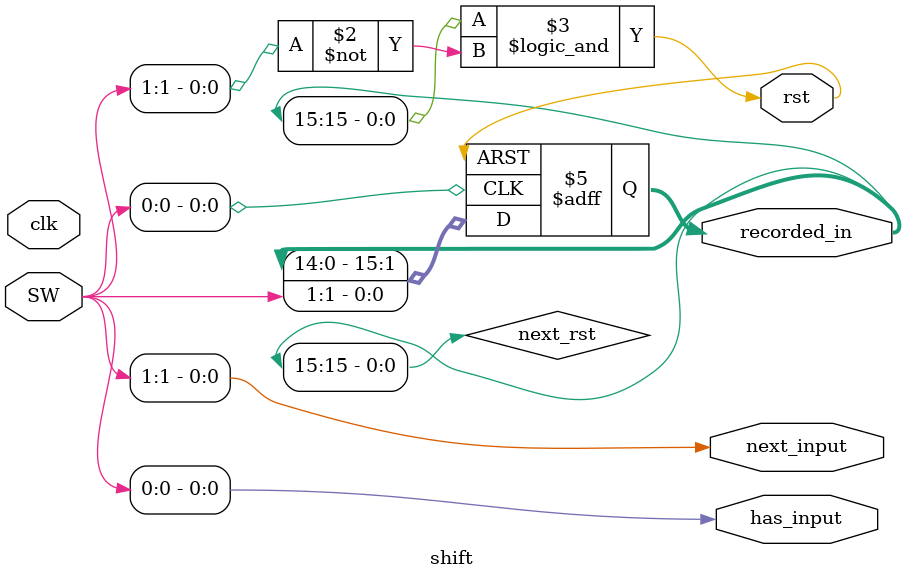
<source format=v>
`timescale 1ns / 1ps


module shift(
    input [1:0] SW,
    input clk,
    output reg [15:0] recorded_in,
    output has_input,
    output next_input,
    output  rst
    );
    
    
    initial recorded_in = 16'b0;
    
    always @(posedge SW[0] or posedge rst) begin
        if (rst) recorded_in = 0;
        else begin
            recorded_in <= {recorded_in[14:0], SW[1]};
        end
    end
    
    assign has_input = SW[0];
    assign next_input = SW[1];
    
    wire next_rst;
    assign next_rst = recorded_in[15];
    assign rst = next_rst && ~SW[1];
    
endmodule

</source>
